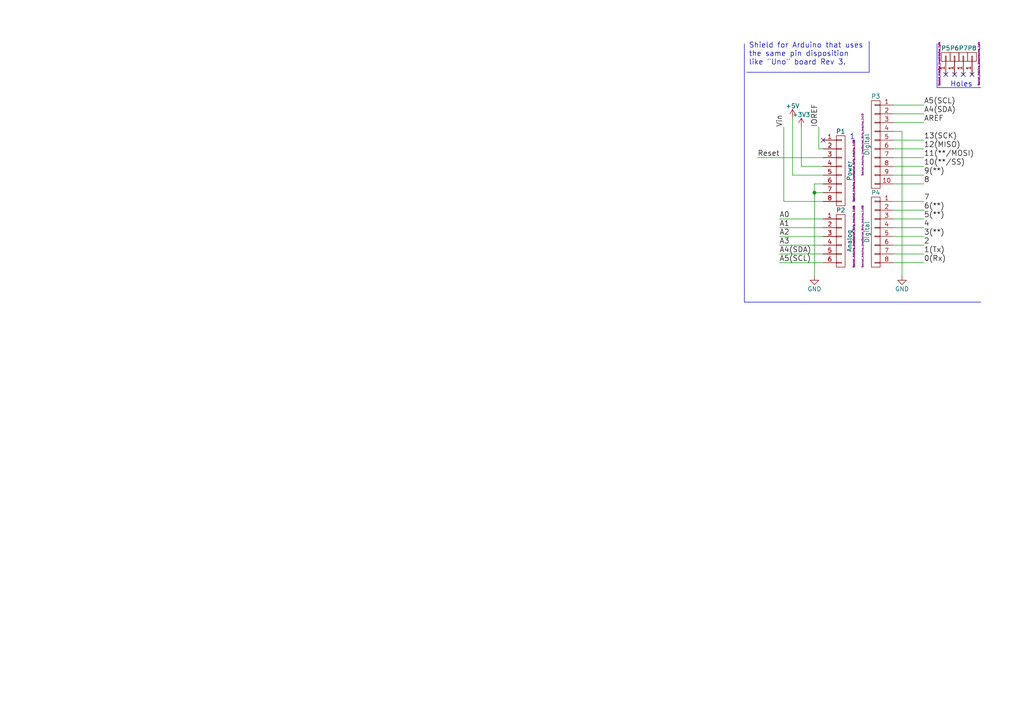
<source format=kicad_sch>
(kicad_sch (version 20230121) (generator eeschema)
  (paper "A4")
  (title_block (date "lun. 30 mars 2015"))
  (lib_symbols
    (symbol "Arduino_As_Uno-rescue:+3.3V" (power) (pin_names (offset 0))
      (property "Value" "+3.3V" (at 0 3.556 0))
      (symbol "+3.3V_0_1"
        (polyline (pts (xy -0.762 1.27) (xy 0 2.54)))
        (polyline (pts (xy 0 0) (xy 0 2.54)))
        (polyline (pts (xy 0 2.54) (xy 0.762 1.27)))
      )
      (symbol "+3.3V_1_1"
        (pin power_in line (at 0 0 90) (length 0) hide (name "+3V3") (number "1"))
      )
    )
    (symbol "Arduino_As_Uno-rescue:+5V" (power) (pin_names (offset 0))
      (property "Value" "+5V" (at 0 3.556 0))
      (symbol "+5V_0_1"
        (polyline (pts (xy -0.762 1.27) (xy 0 2.54)))
        (polyline (pts (xy 0 0) (xy 0 2.54)))
        (polyline (pts (xy 0 2.54) (xy 0.762 1.27)))
      )
      (symbol "+5V_1_1"
        (pin power_in line (at 0 0 90) (length 0) hide (name "+5V") (number "1"))
      )
    )
    (symbol "Arduino_As_Uno-rescue:CONN_01X01" (pin_names (offset 1.016) hide)
      (property "Reference" "P" (at 0 2.54 0))
      (property "Value" "CONN_01X01" (at 2.54 0 90))
      (symbol "CONN_01X01_0_1"
        (rectangle (start -1.27 0.127) (end 0.254 -0.127))
        (rectangle (start -1.27 1.27) (end 1.27 -1.27))
      )
      (symbol "CONN_01X01_1_1"
        (pin passive line (at -5.08 0 0) (length 3.81) (name "P1") (number "1"))
      )
    )
    (symbol "Arduino_As_Uno-rescue:CONN_01X06" (pin_names (offset 1.016) hide)
      (property "Reference" "P" (at 0 8.89 0))
      (property "Value" "CONN_01X06" (at 2.54 0 90))
      (symbol "CONN_01X06_0_1"
        (rectangle (start -1.27 -6.223) (end 0.254 -6.477))
        (rectangle (start -1.27 -3.683) (end 0.254 -3.937))
        (rectangle (start -1.27 -1.143) (end 0.254 -1.397))
        (rectangle (start -1.27 1.397) (end 0.254 1.143))
        (rectangle (start -1.27 3.937) (end 0.254 3.683))
        (rectangle (start -1.27 6.477) (end 0.254 6.223))
        (rectangle (start -1.27 7.62) (end 1.27 -7.62))
      )
      (symbol "CONN_01X06_1_1"
        (pin passive line (at -5.08 6.35 0) (length 3.81) (name "P1") (number "1"))
        (pin passive line (at -5.08 3.81 0) (length 3.81) (name "P2") (number "2"))
        (pin passive line (at -5.08 1.27 0) (length 3.81) (name "P3") (number "3"))
        (pin passive line (at -5.08 -1.27 0) (length 3.81) (name "P4") (number "4"))
        (pin passive line (at -5.08 -3.81 0) (length 3.81) (name "P5") (number "5"))
        (pin passive line (at -5.08 -6.35 0) (length 3.81) (name "P6") (number "6"))
      )
    )
    (symbol "Arduino_As_Uno-rescue:CONN_01X08" (pin_names (offset 1.016) hide)
      (property "Reference" "P" (at 0 11.43 0))
      (property "Value" "CONN_01X08" (at 2.54 0 90))
      (symbol "CONN_01X08_0_1"
        (rectangle (start -1.27 -10.16) (end 1.27 10.16))
        (rectangle (start -1.27 -8.763) (end 0.254 -9.017))
        (rectangle (start -1.27 -6.223) (end 0.254 -6.477))
        (rectangle (start -1.27 -3.683) (end 0.254 -3.937))
        (rectangle (start -1.27 -1.143) (end 0.254 -1.397))
        (rectangle (start -1.27 1.397) (end 0.254 1.143))
        (rectangle (start -1.27 3.937) (end 0.254 3.683))
        (rectangle (start -1.27 6.477) (end 0.254 6.223))
        (rectangle (start -1.27 9.017) (end 0.254 8.763))
      )
      (symbol "CONN_01X08_1_1"
        (pin passive line (at -5.08 8.89 0) (length 3.81) (name "P1") (number "1"))
        (pin passive line (at -5.08 6.35 0) (length 3.81) (name "P2") (number "2"))
        (pin passive line (at -5.08 3.81 0) (length 3.81) (name "P3") (number "3"))
        (pin passive line (at -5.08 1.27 0) (length 3.81) (name "P4") (number "4"))
        (pin passive line (at -5.08 -1.27 0) (length 3.81) (name "P5") (number "5"))
        (pin passive line (at -5.08 -3.81 0) (length 3.81) (name "P6") (number "6"))
        (pin passive line (at -5.08 -6.35 0) (length 3.81) (name "P7") (number "7"))
        (pin passive line (at -5.08 -8.89 0) (length 3.81) (name "P8") (number "8"))
      )
    )
    (symbol "Arduino_As_Uno-rescue:CONN_01X10" (pin_names (offset 1.016) hide)
      (property "Reference" "P" (at 0 13.97 0))
      (property "Value" "CONN_01X10" (at 2.54 0 90))
      (symbol "CONN_01X10_0_1"
        (rectangle (start -1.27 -11.303) (end 0.254 -11.557))
        (rectangle (start -1.27 -8.763) (end 0.254 -9.017))
        (rectangle (start -1.27 -6.223) (end 0.254 -6.477))
        (rectangle (start -1.27 -3.683) (end 0.254 -3.937))
        (rectangle (start -1.27 -1.143) (end 0.254 -1.397))
        (rectangle (start -1.27 1.397) (end 0.254 1.143))
        (rectangle (start -1.27 3.937) (end 0.254 3.683))
        (rectangle (start -1.27 6.477) (end 0.254 6.223))
        (rectangle (start -1.27 9.017) (end 0.254 8.763))
        (rectangle (start -1.27 11.557) (end 0.254 11.303))
        (rectangle (start -1.27 12.7) (end 1.27 -12.7))
      )
      (symbol "CONN_01X10_1_1"
        (pin passive line (at -5.08 11.43 0) (length 3.81) (name "P1") (number "1"))
        (pin passive line (at -5.08 -11.43 0) (length 3.81) (name "P10") (number "10"))
        (pin passive line (at -5.08 8.89 0) (length 3.81) (name "P2") (number "2"))
        (pin passive line (at -5.08 6.35 0) (length 3.81) (name "P3") (number "3"))
        (pin passive line (at -5.08 3.81 0) (length 3.81) (name "P4") (number "4"))
        (pin passive line (at -5.08 1.27 0) (length 3.81) (name "P5") (number "5"))
        (pin passive line (at -5.08 -1.27 0) (length 3.81) (name "P6") (number "6"))
        (pin passive line (at -5.08 -3.81 0) (length 3.81) (name "P7") (number "7"))
        (pin passive line (at -5.08 -6.35 0) (length 3.81) (name "P8") (number "8"))
        (pin passive line (at -5.08 -8.89 0) (length 3.81) (name "P9") (number "9"))
      )
    )
    (symbol "Arduino_As_Uno-rescue:GND" (power) (pin_names (offset 0))
      (property "Value" "GND" (at 0 -3.81 0))
      (symbol "GND_0_1"
        (polyline (pts (xy 0 0) (xy 0 -1.27) (xy 1.27 -1.27) (xy 0 -2.54) (xy -1.27 -1.27) (xy 0 -1.27)))
      )
      (symbol "GND_1_1"
        (pin power_in line (at 0 0 270) (length 0) hide (name "GND") (number "1"))
      )
    )
  )
  (junction (at 236.22 55.88))
  (no_connect (at 279.4 21.59))
  (no_connect (at 274.32 21.59))
  (no_connect (at 281.94 21.59))
  (no_connect (at 276.86 21.59))
  (no_connect (at 238.76 40.64))
  (wire (pts (xy 259.08 76.2) (xy 267.97 76.2)))
  (wire (pts (xy 238.76 71.12) (xy 226.06 71.12)))
  (wire (pts (xy 237.49 36.83) (xy 237.49 43.18)))
  (wire (pts (xy 261.62 38.1) (xy 261.62 80.01)))
  (wire (pts (xy 238.76 48.26) (xy 232.41 48.26)))
  (wire (pts (xy 238.76 63.5) (xy 226.06 63.5)))
  (wire (pts (xy 259.08 66.04) (xy 267.97 66.04)))
  (wire (pts (xy 259.08 68.58) (xy 267.97 68.58)))
  (wire (pts (xy 259.08 43.18) (xy 267.97 43.18)))
  (wire (pts (xy 259.08 38.1) (xy 261.62 38.1)))
  (wire (pts (xy 237.49 43.18) (xy 238.76 43.18)))
  (wire (pts (xy 238.76 66.04) (xy 226.06 66.04)))
  (wire (pts (xy 227.33 58.42) (xy 227.33 36.83)))
  (wire (pts (xy 259.08 71.12) (xy 267.97 71.12)))
  (wire (pts (xy 238.76 76.2) (xy 226.06 76.2)))
  (wire (pts (xy 259.08 73.66) (xy 267.97 73.66)))
  (wire (pts (xy 259.08 60.96) (xy 267.97 60.96)))
  (polyline (pts (xy 215.9 87.63) (xy 284.48 87.63)))
  (polyline (pts (xy 271.78 25.4) (xy 271.78 12.7)))
  (wire (pts (xy 238.76 53.34) (xy 236.22 53.34)))
  (wire (pts (xy 238.76 50.8) (xy 229.87 50.8)))
  (wire (pts (xy 259.08 35.56) (xy 267.97 35.56)))
  (wire (pts (xy 259.08 53.34) (xy 267.97 53.34)))
  (wire (pts (xy 232.41 48.26) (xy 232.41 36.83)))
  (wire (pts (xy 238.76 45.72) (xy 219.71 45.72)))
  (polyline (pts (xy 215.9 12.7) (xy 215.9 87.63)))
  (wire (pts (xy 236.22 55.88) (xy 236.22 80.01)))
  (polyline (pts (xy 284.48 25.4) (xy 271.78 25.4)))
  (wire (pts (xy 259.08 63.5) (xy 267.97 63.5)))
  (wire (pts (xy 259.08 33.02) (xy 267.97 33.02)))
  (wire (pts (xy 259.08 40.64) (xy 267.97 40.64)))
  (wire (pts (xy 259.08 58.42) (xy 267.97 58.42)))
  (wire (pts (xy 259.08 48.26) (xy 267.97 48.26)))
  (wire (pts (xy 238.76 68.58) (xy 226.06 68.58)))
  (wire (pts (xy 259.08 45.72) (xy 267.97 45.72)))
  (wire (pts (xy 259.08 30.48) (xy 267.97 30.48)))
  (wire (pts (xy 236.22 53.34) (xy 236.22 55.88)))
  (wire (pts (xy 229.87 50.8) (xy 229.87 34.29)))
  (wire (pts (xy 238.76 58.42) (xy 227.33 58.42)))
  (polyline (pts (xy 252.095 20.955) (xy 252.095 12.065)))
  (wire (pts (xy 238.76 55.88) (xy 236.22 55.88)))
  (wire (pts (xy 238.76 73.66) (xy 226.06 73.66)))
  (wire (pts (xy 259.08 50.8) (xy 267.97 50.8)))
  (polyline (pts (xy 216.535 20.955) (xy 252.095 20.955)))
  (text "Holes" (at 275.59 25.4 0) (effects (font (size 1.524 1.524)) (justify left bottom)))
  (text "1" (at 246.38 40.64 0) (effects (font (size 1.524 1.524)) (justify left bottom)))
  (text "Shield for Arduino that uses\nthe same pin disposition\nlike \"Uno\" board Rev 3." (at 217.17 19.05 0) (effects (font (size 1.524 1.524)) (justify left bottom)))
  (label "A1" (at 226.06 66.04 0) (effects (font (size 1.524 1.524))))
  (label "AREF" (at 267.97 35.56 0) (effects (font (size 1.524 1.524))))
  (label "10(**/SS)" (at 267.97 48.26 0) (effects (font (size 1.524 1.524))))
  (label "11(**/MOSI)" (at 267.97 45.72 0) (effects (font (size 1.524 1.524))))
  (label "1(Tx)" (at 267.97 73.66 0) (effects (font (size 1.524 1.524))))
  (label "A5(SCL)" (at 267.97 30.48 0) (effects (font (size 1.524 1.524))))
  (label "A2" (at 226.06 68.58 0) (effects (font (size 1.524 1.524))))
  (label "A3" (at 226.06 71.12 0) (effects (font (size 1.524 1.524))))
  (label "2" (at 267.97 71.12 0) (effects (font (size 1.524 1.524))))
  (label "Vin" (at 227.33 36.83 90) (effects (font (size 1.524 1.524))))
  (label "A5(SCL)" (at 226.06 76.2 0) (effects (font (size 1.524 1.524))))
  (label "9(**)" (at 267.97 50.8 0) (effects (font (size 1.524 1.524))))
  (label "6(**)" (at 267.97 60.96 0) (effects (font (size 1.524 1.524))))
  (label "12(MISO)" (at 267.97 43.18 0) (effects (font (size 1.524 1.524))))
  (label "8" (at 267.97 53.34 0) (effects (font (size 1.524 1.524))))
  (label "5(**)" (at 267.97 63.5 0) (effects (font (size 1.524 1.524))))
  (label "A4(SDA)" (at 267.97 33.02 0) (effects (font (size 1.524 1.524))))
  (label "0(Rx)" (at 267.97 76.2 0) (effects (font (size 1.524 1.524))))
  (label "7" (at 267.97 58.42 0) (effects (font (size 1.524 1.524))))
  (label "4" (at 267.97 66.04 0) (effects (font (size 1.524 1.524))))
  (label "13(SCK)" (at 267.97 40.64 0) (effects (font (size 1.524 1.524))))
  (label "A4(SDA)" (at 226.06 73.66 0) (effects (font (size 1.524 1.524))))
  (label "Reset" (at 219.71 45.72 0) (effects (font (size 1.524 1.524))))
  (label "A0" (at 226.06 63.5 0) (effects (font (size 1.524 1.524))))
  (label "IOREF" (at 237.49 36.83 90) (effects (font (size 1.524 1.524))))
  (label "3(**)" (at 267.97 68.58 0) (effects (font (size 1.524 1.524))))
  (symbol (lib_id "Arduino_As_Uno-rescue:CONN_01X08") (at 243.84 49.53 0) (unit 1)
    (property "Reference" "P1" (at 243.84 38.1 0))
    (property "Value" "Power" (at 246.38 49.53 90))
    (property "Footprint" "Socket_Arduino_Uno:Socket_Strip_Arduino_1x08" (at 247.65 49.53 90) (effects (font (size 0.508 0.508))))
  )
  (symbol (lib_id "Arduino_As_Uno-rescue:+3.3V") (at 232.41 36.83 0) (unit 1)
    (property "Reference" "#PWR01" (effects hide))
    (property "Value" "+3.3V" (at 232.41 33.274 0))
  )
  (symbol (lib_id "Arduino_As_Uno-rescue:+5V") (at 229.87 34.29 0) (unit 1)
    (property "Reference" "#PWR02" (effects hide))
    (property "Value" "+5V" (at 229.87 30.734 0))
  )
  (symbol (lib_id "Arduino_As_Uno-rescue:GND") (at 236.22 80.01 0) (unit 1)
    (property "Reference" "#PWR03" (effects hide))
    (property "Value" "GND" (at 236.22 83.82 0))
  )
  (symbol (lib_id "Arduino_As_Uno-rescue:GND") (at 261.62 80.01 0) (unit 1)
    (property "Reference" "#PWR04" (effects hide))
    (property "Value" "GND" (at 261.62 83.82 0))
  )
  (symbol (lib_id "Arduino_As_Uno-rescue:CONN_01X06") (at 243.84 69.85 0) (unit 1)
    (property "Reference" "P2" (at 243.84 60.96 0))
    (property "Value" "Analog" (at 246.38 69.85 90))
    (property "Footprint" "Socket_Arduino_Uno:Socket_Strip_Arduino_1x06" (at 247.65 68.58 90) (effects (font (size 0.508 0.508))))
  )
  (symbol (lib_id "Arduino_As_Uno-rescue:CONN_01X01") (at 274.32 16.51 90) (unit 1)
    (property "Reference" "P5" (at 274.32 13.97 90))
    (property "Value" "CONN_01X01" (effects hide))
    (property "Footprint" "Socket_Arduino_Uno:Arduino_1pin" (at 272.4404 18.5166 0) (effects (font (size 0.508 0.508))))
  )
  (symbol (lib_id "Arduino_As_Uno-rescue:CONN_01X01") (at 276.86 16.51 90) (unit 1)
    (property "Reference" "P6" (at 276.86 13.97 90))
    (property "Value" "CONN_01X01" (effects hide))
    (property "Footprint" "Socket_Arduino_Uno:Arduino_1pin" (effects hide))
  )
  (symbol (lib_id "Arduino_As_Uno-rescue:CONN_01X01") (at 279.4 16.51 90) (unit 1)
    (property "Reference" "P7" (at 279.4 13.97 90))
    (property "Value" "CONN_01X01" (effects hide))
    (property "Footprint" "Socket_Arduino_Uno:Arduino_1pin" (effects hide))
  )
  (symbol (lib_id "Arduino_As_Uno-rescue:CONN_01X01") (at 281.94 16.51 90) (unit 1)
    (property "Reference" "P8" (at 281.94 13.97 90))
    (property "Value" "CONN_01X01" (effects hide))
    (property "Footprint" "Socket_Arduino_Uno:Arduino_1pin" (at 283.9212 18.4404 0) (effects (font (size 0.508 0.508))))
  )
  (symbol (lib_id "Arduino_As_Uno-rescue:CONN_01X08") (at 254 67.31 0) (mirror y) (unit 1)
    (property "Reference" "P4" (at 254 55.88 0))
    (property "Value" "Digital" (at 251.46 67.31 90))
    (property "Footprint" "Socket_Arduino_Uno:Socket_Strip_Arduino_1x08" (at 250.19 68.58 90) (effects (font (size 0.508 0.508))))
  )
  (symbol (lib_id "Arduino_As_Uno-rescue:CONN_01X10") (at 254 41.91 0) (mirror y) (unit 1)
    (property "Reference" "P3" (at 254 27.94 0))
    (property "Value" "Digital" (at 251.46 41.91 90))
    (property "Footprint" "Socket_Arduino_Uno:Socket_Strip_Arduino_1x10" (at 250.19 41.91 90) (effects (font (size 0.508 0.508))))
  )
)
</source>
